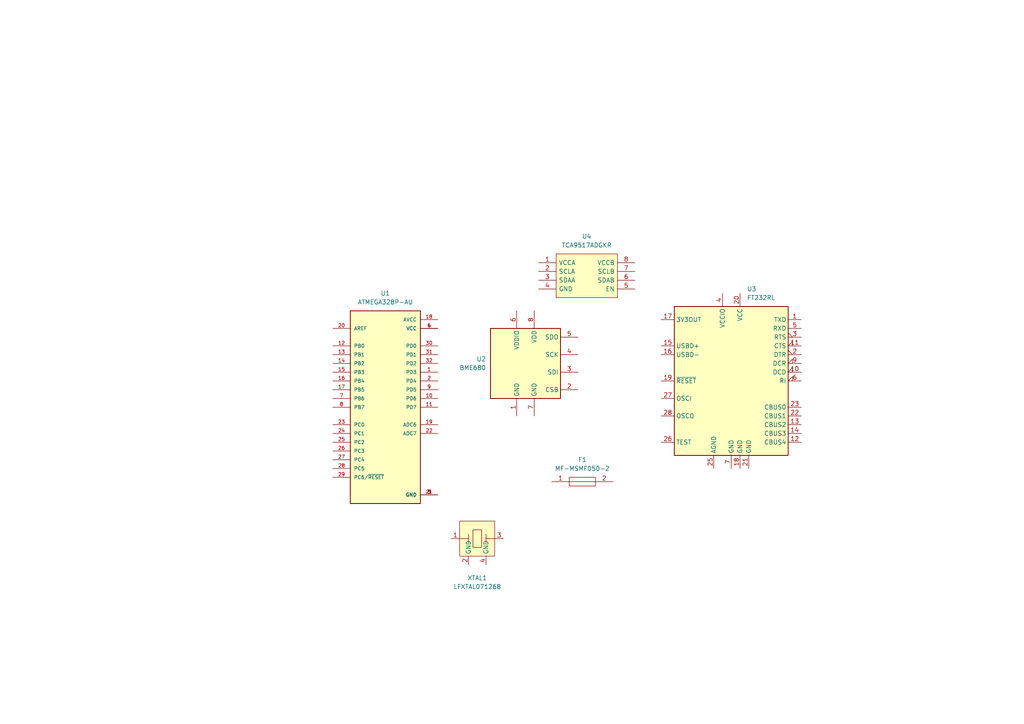
<source format=kicad_sch>
(kicad_sch (version 20211123) (generator eeschema)

  (uuid 4cb6150e-cdfc-49c3-8d96-6f4fb6753aaf)

  (paper "A4")

  (lib_symbols
    (symbol "ATMEGA328P-AU:ATMEGA328P-AU" (pin_names (offset 1.016)) (in_bom yes) (on_board yes)
      (property "Reference" "U" (id 0) (at -10.1755 29.2546 0)
        (effects (font (size 1.27 1.27)) (justify left bottom))
      )
      (property "Value" "ATMEGA328P-AU" (id 1) (at -10.1669 -31.7714 0)
        (effects (font (size 1.27 1.27)) (justify left bottom))
      )
      (property "Footprint" "QFP80P900X900X120-32N" (id 2) (at 0 0 0)
        (effects (font (size 1.27 1.27)) (justify bottom) hide)
      )
      (property "Datasheet" "" (id 3) (at 0 0 0)
        (effects (font (size 1.27 1.27)) hide)
      )
      (property "MANUFACTURER" "Atmel" (id 4) (at 0 0 0)
        (effects (font (size 1.27 1.27)) (justify bottom) hide)
      )
      (symbol "ATMEGA328P-AU_0_0"
        (rectangle (start -10.16 -27.94) (end 10.16 27.94)
          (stroke (width 0.254) (type default) (color 0 0 0 0))
          (fill (type background))
        )
        (pin bidirectional line (at 15.24 10.16 180) (length 5.08)
          (name "PD3" (effects (font (size 1.016 1.016))))
          (number "1" (effects (font (size 1.016 1.016))))
        )
        (pin bidirectional line (at 15.24 2.54 180) (length 5.08)
          (name "PD6" (effects (font (size 1.016 1.016))))
          (number "10" (effects (font (size 1.016 1.016))))
        )
        (pin bidirectional line (at 15.24 0 180) (length 5.08)
          (name "PD7" (effects (font (size 1.016 1.016))))
          (number "11" (effects (font (size 1.016 1.016))))
        )
        (pin bidirectional line (at -15.24 17.78 0) (length 5.08)
          (name "PB0" (effects (font (size 1.016 1.016))))
          (number "12" (effects (font (size 1.016 1.016))))
        )
        (pin bidirectional line (at -15.24 15.24 0) (length 5.08)
          (name "PB1" (effects (font (size 1.016 1.016))))
          (number "13" (effects (font (size 1.016 1.016))))
        )
        (pin bidirectional line (at -15.24 12.7 0) (length 5.08)
          (name "PB2" (effects (font (size 1.016 1.016))))
          (number "14" (effects (font (size 1.016 1.016))))
        )
        (pin bidirectional line (at -15.24 10.16 0) (length 5.08)
          (name "PB3" (effects (font (size 1.016 1.016))))
          (number "15" (effects (font (size 1.016 1.016))))
        )
        (pin bidirectional line (at -15.24 7.62 0) (length 5.08)
          (name "PB4" (effects (font (size 1.016 1.016))))
          (number "16" (effects (font (size 1.016 1.016))))
        )
        (pin bidirectional line (at -15.24 5.08 0) (length 5.08)
          (name "PB5" (effects (font (size 1.016 1.016))))
          (number "17" (effects (font (size 1.016 1.016))))
        )
        (pin power_in line (at 15.24 25.4 180) (length 5.08)
          (name "AVCC" (effects (font (size 1.016 1.016))))
          (number "18" (effects (font (size 1.016 1.016))))
        )
        (pin bidirectional line (at 15.24 -5.08 180) (length 5.08)
          (name "ADC6" (effects (font (size 1.016 1.016))))
          (number "19" (effects (font (size 1.016 1.016))))
        )
        (pin bidirectional line (at 15.24 7.62 180) (length 5.08)
          (name "PD4" (effects (font (size 1.016 1.016))))
          (number "2" (effects (font (size 1.016 1.016))))
        )
        (pin input line (at -15.24 22.86 0) (length 5.08)
          (name "AREF" (effects (font (size 1.016 1.016))))
          (number "20" (effects (font (size 1.016 1.016))))
        )
        (pin power_in line (at 15.24 -25.4 180) (length 5.08)
          (name "GND" (effects (font (size 1.016 1.016))))
          (number "21" (effects (font (size 1.016 1.016))))
        )
        (pin bidirectional line (at 15.24 -7.62 180) (length 5.08)
          (name "ADC7" (effects (font (size 1.016 1.016))))
          (number "22" (effects (font (size 1.016 1.016))))
        )
        (pin bidirectional line (at -15.24 -5.08 0) (length 5.08)
          (name "PC0" (effects (font (size 1.016 1.016))))
          (number "23" (effects (font (size 1.016 1.016))))
        )
        (pin bidirectional line (at -15.24 -7.62 0) (length 5.08)
          (name "PC1" (effects (font (size 1.016 1.016))))
          (number "24" (effects (font (size 1.016 1.016))))
        )
        (pin bidirectional line (at -15.24 -10.16 0) (length 5.08)
          (name "PC2" (effects (font (size 1.016 1.016))))
          (number "25" (effects (font (size 1.016 1.016))))
        )
        (pin bidirectional line (at -15.24 -12.7 0) (length 5.08)
          (name "PC3" (effects (font (size 1.016 1.016))))
          (number "26" (effects (font (size 1.016 1.016))))
        )
        (pin bidirectional line (at -15.24 -15.24 0) (length 5.08)
          (name "PC4" (effects (font (size 1.016 1.016))))
          (number "27" (effects (font (size 1.016 1.016))))
        )
        (pin bidirectional line (at -15.24 -17.78 0) (length 5.08)
          (name "PC5" (effects (font (size 1.016 1.016))))
          (number "28" (effects (font (size 1.016 1.016))))
        )
        (pin bidirectional line (at -15.24 -20.32 0) (length 5.08)
          (name "PC6/~{RESET}" (effects (font (size 1.016 1.016))))
          (number "29" (effects (font (size 1.016 1.016))))
        )
        (pin power_in line (at 15.24 -25.4 180) (length 5.08)
          (name "GND" (effects (font (size 1.016 1.016))))
          (number "3" (effects (font (size 1.016 1.016))))
        )
        (pin bidirectional line (at 15.24 17.78 180) (length 5.08)
          (name "PD0" (effects (font (size 1.016 1.016))))
          (number "30" (effects (font (size 1.016 1.016))))
        )
        (pin bidirectional line (at 15.24 15.24 180) (length 5.08)
          (name "PD1" (effects (font (size 1.016 1.016))))
          (number "31" (effects (font (size 1.016 1.016))))
        )
        (pin bidirectional line (at 15.24 12.7 180) (length 5.08)
          (name "PD2" (effects (font (size 1.016 1.016))))
          (number "32" (effects (font (size 1.016 1.016))))
        )
        (pin power_in line (at 15.24 22.86 180) (length 5.08)
          (name "VCC" (effects (font (size 1.016 1.016))))
          (number "4" (effects (font (size 1.016 1.016))))
        )
        (pin power_in line (at 15.24 -25.4 180) (length 5.08)
          (name "GND" (effects (font (size 1.016 1.016))))
          (number "5" (effects (font (size 1.016 1.016))))
        )
        (pin power_in line (at 15.24 22.86 180) (length 5.08)
          (name "VCC" (effects (font (size 1.016 1.016))))
          (number "6" (effects (font (size 1.016 1.016))))
        )
        (pin bidirectional line (at -15.24 2.54 0) (length 5.08)
          (name "PB6" (effects (font (size 1.016 1.016))))
          (number "7" (effects (font (size 1.016 1.016))))
        )
        (pin bidirectional line (at -15.24 0 0) (length 5.08)
          (name "PB7" (effects (font (size 1.016 1.016))))
          (number "8" (effects (font (size 1.016 1.016))))
        )
        (pin bidirectional line (at 15.24 5.08 180) (length 5.08)
          (name "PD5" (effects (font (size 1.016 1.016))))
          (number "9" (effects (font (size 1.016 1.016))))
        )
      )
    )
    (symbol "Interface_USB:FT232RL" (in_bom yes) (on_board yes)
      (property "Reference" "U" (id 0) (at -16.51 22.86 0)
        (effects (font (size 1.27 1.27)) (justify left))
      )
      (property "Value" "FT232RL" (id 1) (at 10.16 22.86 0)
        (effects (font (size 1.27 1.27)) (justify left))
      )
      (property "Footprint" "Package_SO:SSOP-28_5.3x10.2mm_P0.65mm" (id 2) (at 27.94 -22.86 0)
        (effects (font (size 1.27 1.27)) hide)
      )
      (property "Datasheet" "https://www.ftdichip.com/Support/Documents/DataSheets/ICs/DS_FT232R.pdf" (id 3) (at 0 0 0)
        (effects (font (size 1.27 1.27)) hide)
      )
      (property "ki_keywords" "FTDI USB Serial" (id 4) (at 0 0 0)
        (effects (font (size 1.27 1.27)) hide)
      )
      (property "ki_description" "USB to Serial Interface, SSOP-28" (id 5) (at 0 0 0)
        (effects (font (size 1.27 1.27)) hide)
      )
      (property "ki_fp_filters" "SSOP*5.3x10.2mm*P0.65mm*" (id 6) (at 0 0 0)
        (effects (font (size 1.27 1.27)) hide)
      )
      (symbol "FT232RL_0_1"
        (rectangle (start -16.51 21.59) (end 16.51 -21.59)
          (stroke (width 0.254) (type default) (color 0 0 0 0))
          (fill (type background))
        )
      )
      (symbol "FT232RL_1_1"
        (pin output line (at 20.32 17.78 180) (length 3.81)
          (name "TXD" (effects (font (size 1.27 1.27))))
          (number "1" (effects (font (size 1.27 1.27))))
        )
        (pin input input_low (at 20.32 2.54 180) (length 3.81)
          (name "DCD" (effects (font (size 1.27 1.27))))
          (number "10" (effects (font (size 1.27 1.27))))
        )
        (pin input input_low (at 20.32 10.16 180) (length 3.81)
          (name "CTS" (effects (font (size 1.27 1.27))))
          (number "11" (effects (font (size 1.27 1.27))))
        )
        (pin bidirectional line (at 20.32 -17.78 180) (length 3.81)
          (name "CBUS4" (effects (font (size 1.27 1.27))))
          (number "12" (effects (font (size 1.27 1.27))))
        )
        (pin bidirectional line (at 20.32 -12.7 180) (length 3.81)
          (name "CBUS2" (effects (font (size 1.27 1.27))))
          (number "13" (effects (font (size 1.27 1.27))))
        )
        (pin bidirectional line (at 20.32 -15.24 180) (length 3.81)
          (name "CBUS3" (effects (font (size 1.27 1.27))))
          (number "14" (effects (font (size 1.27 1.27))))
        )
        (pin bidirectional line (at -20.32 10.16 0) (length 3.81)
          (name "USBD+" (effects (font (size 1.27 1.27))))
          (number "15" (effects (font (size 1.27 1.27))))
        )
        (pin bidirectional line (at -20.32 7.62 0) (length 3.81)
          (name "USBD-" (effects (font (size 1.27 1.27))))
          (number "16" (effects (font (size 1.27 1.27))))
        )
        (pin power_out line (at -20.32 17.78 0) (length 3.81)
          (name "3V3OUT" (effects (font (size 1.27 1.27))))
          (number "17" (effects (font (size 1.27 1.27))))
        )
        (pin power_in line (at 2.54 -25.4 90) (length 3.81)
          (name "GND" (effects (font (size 1.27 1.27))))
          (number "18" (effects (font (size 1.27 1.27))))
        )
        (pin input line (at -20.32 0 0) (length 3.81)
          (name "~{RESET}" (effects (font (size 1.27 1.27))))
          (number "19" (effects (font (size 1.27 1.27))))
        )
        (pin output output_low (at 20.32 7.62 180) (length 3.81)
          (name "DTR" (effects (font (size 1.27 1.27))))
          (number "2" (effects (font (size 1.27 1.27))))
        )
        (pin power_in line (at 2.54 25.4 270) (length 3.81)
          (name "VCC" (effects (font (size 1.27 1.27))))
          (number "20" (effects (font (size 1.27 1.27))))
        )
        (pin power_in line (at 5.08 -25.4 90) (length 3.81)
          (name "GND" (effects (font (size 1.27 1.27))))
          (number "21" (effects (font (size 1.27 1.27))))
        )
        (pin bidirectional line (at 20.32 -10.16 180) (length 3.81)
          (name "CBUS1" (effects (font (size 1.27 1.27))))
          (number "22" (effects (font (size 1.27 1.27))))
        )
        (pin bidirectional line (at 20.32 -7.62 180) (length 3.81)
          (name "CBUS0" (effects (font (size 1.27 1.27))))
          (number "23" (effects (font (size 1.27 1.27))))
        )
        (pin power_in line (at -5.08 -25.4 90) (length 3.81)
          (name "AGND" (effects (font (size 1.27 1.27))))
          (number "25" (effects (font (size 1.27 1.27))))
        )
        (pin input line (at -20.32 -17.78 0) (length 3.81)
          (name "TEST" (effects (font (size 1.27 1.27))))
          (number "26" (effects (font (size 1.27 1.27))))
        )
        (pin input line (at -20.32 -5.08 0) (length 3.81)
          (name "OSCI" (effects (font (size 1.27 1.27))))
          (number "27" (effects (font (size 1.27 1.27))))
        )
        (pin output line (at -20.32 -10.16 0) (length 3.81)
          (name "OSCO" (effects (font (size 1.27 1.27))))
          (number "28" (effects (font (size 1.27 1.27))))
        )
        (pin output output_low (at 20.32 12.7 180) (length 3.81)
          (name "RTS" (effects (font (size 1.27 1.27))))
          (number "3" (effects (font (size 1.27 1.27))))
        )
        (pin power_in line (at -2.54 25.4 270) (length 3.81)
          (name "VCCIO" (effects (font (size 1.27 1.27))))
          (number "4" (effects (font (size 1.27 1.27))))
        )
        (pin input line (at 20.32 15.24 180) (length 3.81)
          (name "RXD" (effects (font (size 1.27 1.27))))
          (number "5" (effects (font (size 1.27 1.27))))
        )
        (pin input input_low (at 20.32 0 180) (length 3.81)
          (name "RI" (effects (font (size 1.27 1.27))))
          (number "6" (effects (font (size 1.27 1.27))))
        )
        (pin power_in line (at 0 -25.4 90) (length 3.81)
          (name "GND" (effects (font (size 1.27 1.27))))
          (number "7" (effects (font (size 1.27 1.27))))
        )
        (pin input input_low (at 20.32 5.08 180) (length 3.81)
          (name "DCR" (effects (font (size 1.27 1.27))))
          (number "9" (effects (font (size 1.27 1.27))))
        )
      )
    )
    (symbol "LFXTAL071268:LFXTAL071268" (in_bom yes) (on_board yes)
      (property "Reference" "XTAL?" (id 0) (at 0 -11.43 0)
        (effects (font (size 1.27 1.27)))
      )
      (property "Value" "LFXTAL071268" (id 1) (at 0 -13.97 0)
        (effects (font (size 1.27 1.27)))
      )
      (property "Footprint" "" (id 2) (at 0 1.27 0)
        (effects (font (size 1.27 1.27)) hide)
      )
      (property "Datasheet" "" (id 3) (at 0 1.27 0)
        (effects (font (size 1.27 1.27)) hide)
      )
      (symbol "LFXTAL071268_0_1"
        (rectangle (start -5.08 5.08) (end 5.08 -5.08)
          (stroke (width 0) (type default) (color 0 0 0 0))
          (fill (type background))
        )
        (rectangle (start -1.27 2.54) (end 1.27 -2.54)
          (stroke (width 0) (type default) (color 0 0 0 0))
          (fill (type background))
        )
        (polyline
          (pts
            (xy -2.54 0)
            (xy -5.08 0)
          )
          (stroke (width 0) (type default) (color 0 0 0 0))
          (fill (type none))
        )
        (polyline
          (pts
            (xy -2.54 1.27)
            (xy -2.54 -1.27)
          )
          (stroke (width 0) (type default) (color 0 0 0 0))
          (fill (type none))
        )
        (polyline
          (pts
            (xy 2.54 0)
            (xy 5.08 0)
          )
          (stroke (width 0) (type default) (color 0 0 0 0))
          (fill (type none))
        )
        (polyline
          (pts
            (xy 2.54 1.27)
            (xy 2.54 -1.27)
          )
          (stroke (width 0) (type default) (color 0 0 0 0))
          (fill (type none))
        )
      )
      (symbol "LFXTAL071268_1_1"
        (pin output line (at -7.62 0 0) (length 2.54)
          (name "" (effects (font (size 1.27 1.27))))
          (number "1" (effects (font (size 1.27 1.27))))
        )
        (pin power_in line (at -2.54 -7.62 90) (length 2.54)
          (name "GND" (effects (font (size 1.27 1.27))))
          (number "2" (effects (font (size 1.27 1.27))))
        )
        (pin output line (at 7.62 0 180) (length 2.54)
          (name "" (effects (font (size 1.27 1.27))))
          (number "3" (effects (font (size 1.27 1.27))))
        )
        (pin power_in line (at 2.54 -7.62 90) (length 2.54)
          (name "GND" (effects (font (size 1.27 1.27))))
          (number "4" (effects (font (size 1.27 1.27))))
        )
      )
    )
    (symbol "MF-MSMF050-2:MF-MSMF050-2" (pin_names (offset 0.762)) (in_bom yes) (on_board yes)
      (property "Reference" "F" (id 0) (at 13.97 6.35 0)
        (effects (font (size 1.27 1.27)) (justify left))
      )
      (property "Value" "MF-MSMF050-2" (id 1) (at 13.97 3.81 0)
        (effects (font (size 1.27 1.27)) (justify left))
      )
      (property "Footprint" "FUSC4632X85N" (id 2) (at 13.97 1.27 0)
        (effects (font (size 1.27 1.27)) (justify left) hide)
      )
      (property "Datasheet" "https://www.bourns.com/pdfs/mfmsmf.pdf" (id 3) (at 13.97 -1.27 0)
        (effects (font (size 1.27 1.27)) (justify left) hide)
      )
      (property "Description" "Fuse, PTC, Resettable, SMD, 1812, 500mA Bourns 0.5A Surface Mount Resettable Fuse, 15 V" (id 4) (at 13.97 -3.81 0)
        (effects (font (size 1.27 1.27)) (justify left) hide)
      )
      (property "Height" "" (id 5) (at 13.97 -6.35 0)
        (effects (font (size 1.27 1.27)) (justify left) hide)
      )
      (property "Mouser Part Number" "652-MF-MSMF050-2" (id 6) (at 13.97 -8.89 0)
        (effects (font (size 1.27 1.27)) (justify left) hide)
      )
      (property "Mouser Price/Stock" "https://www.mouser.co.uk/ProductDetail/Bourns/MF-MSMF050-2?qs=t3shhpq1i1DZ7OBD5kLNoA%3D%3D" (id 7) (at 13.97 -11.43 0)
        (effects (font (size 1.27 1.27)) (justify left) hide)
      )
      (property "Manufacturer_Name" "Bourns" (id 8) (at 13.97 -13.97 0)
        (effects (font (size 1.27 1.27)) (justify left) hide)
      )
      (property "Manufacturer_Part_Number" "MF-MSMF050-2" (id 9) (at 13.97 -16.51 0)
        (effects (font (size 1.27 1.27)) (justify left) hide)
      )
      (symbol "MF-MSMF050-2_0_0"
        (pin passive line (at 0 0 0) (length 5.08)
          (name "~" (effects (font (size 1.27 1.27))))
          (number "1" (effects (font (size 1.27 1.27))))
        )
        (pin passive line (at 17.78 0 180) (length 5.08)
          (name "~" (effects (font (size 1.27 1.27))))
          (number "2" (effects (font (size 1.27 1.27))))
        )
      )
      (symbol "MF-MSMF050-2_0_1"
        (polyline
          (pts
            (xy 5.08 0)
            (xy 12.7 0)
          )
          (stroke (width 0.1524) (type default) (color 0 0 0 0))
          (fill (type none))
        )
        (polyline
          (pts
            (xy 5.08 1.27)
            (xy 12.7 1.27)
            (xy 12.7 -1.27)
            (xy 5.08 -1.27)
            (xy 5.08 1.27)
          )
          (stroke (width 0.1524) (type default) (color 0 0 0 0))
          (fill (type none))
        )
      )
    )
    (symbol "Sensor:BME680" (in_bom yes) (on_board yes)
      (property "Reference" "U" (id 0) (at -8.89 11.43 0)
        (effects (font (size 1.27 1.27)))
      )
      (property "Value" "BME680" (id 1) (at 7.62 11.43 0)
        (effects (font (size 1.27 1.27)))
      )
      (property "Footprint" "Package_LGA:Bosch_LGA-8_3x3mm_P0.8mm_ClockwisePinNumbering" (id 2) (at 36.83 -11.43 0)
        (effects (font (size 1.27 1.27)) hide)
      )
      (property "Datasheet" "https://ae-bst.resource.bosch.com/media/_tech/media/datasheets/BST-BME680-DS001.pdf" (id 3) (at 0 -5.08 0)
        (effects (font (size 1.27 1.27)) hide)
      )
      (property "ki_keywords" "Bosch gas pressure humidity temperature environment environmental measurement digital" (id 4) (at 0 0 0)
        (effects (font (size 1.27 1.27)) hide)
      )
      (property "ki_description" "4-in-1 sensor, gas, humidity, pressure, temperature, I2C and SPI interface, 1.71-3.6V, LGA-8" (id 5) (at 0 0 0)
        (effects (font (size 1.27 1.27)) hide)
      )
      (property "ki_fp_filters" "*LGA*3x3mm*P0.8mm*Clockwise*" (id 6) (at 0 0 0)
        (effects (font (size 1.27 1.27)) hide)
      )
      (symbol "BME680_0_1"
        (rectangle (start -10.16 10.16) (end 10.16 -10.16)
          (stroke (width 0.254) (type default) (color 0 0 0 0))
          (fill (type background))
        )
      )
      (symbol "BME680_1_1"
        (pin power_in line (at -2.54 -15.24 90) (length 5.08)
          (name "GND" (effects (font (size 1.27 1.27))))
          (number "1" (effects (font (size 1.27 1.27))))
        )
        (pin input line (at 15.24 -7.62 180) (length 5.08)
          (name "CSB" (effects (font (size 1.27 1.27))))
          (number "2" (effects (font (size 1.27 1.27))))
        )
        (pin bidirectional line (at 15.24 -2.54 180) (length 5.08)
          (name "SDI" (effects (font (size 1.27 1.27))))
          (number "3" (effects (font (size 1.27 1.27))))
        )
        (pin input line (at 15.24 2.54 180) (length 5.08)
          (name "SCK" (effects (font (size 1.27 1.27))))
          (number "4" (effects (font (size 1.27 1.27))))
        )
        (pin bidirectional line (at 15.24 7.62 180) (length 5.08)
          (name "SDO" (effects (font (size 1.27 1.27))))
          (number "5" (effects (font (size 1.27 1.27))))
        )
        (pin power_in line (at -2.54 15.24 270) (length 5.08)
          (name "VDDIO" (effects (font (size 1.27 1.27))))
          (number "6" (effects (font (size 1.27 1.27))))
        )
        (pin power_in line (at 2.54 -15.24 90) (length 5.08)
          (name "GND" (effects (font (size 1.27 1.27))))
          (number "7" (effects (font (size 1.27 1.27))))
        )
        (pin power_in line (at 2.54 15.24 270) (length 5.08)
          (name "VDD" (effects (font (size 1.27 1.27))))
          (number "8" (effects (font (size 1.27 1.27))))
        )
      )
    )
    (symbol "TCA9517ADGKR:TCA9517ADGKR" (pin_names (offset 0.762)) (in_bom yes) (on_board yes)
      (property "Reference" "IC?" (id 0) (at 13.97 7.62 0)
        (effects (font (size 1.27 1.27)))
      )
      (property "Value" "TCA9517ADGKR" (id 1) (at 13.97 5.08 0)
        (effects (font (size 1.27 1.27)))
      )
      (property "Footprint" "SOP65P490X110-8N" (id 2) (at 24.13 2.54 0)
        (effects (font (size 1.27 1.27)) (justify left) hide)
      )
      (property "Datasheet" "http://www.ti.com/lit/gpn/tca9517a" (id 3) (at 24.13 0 0)
        (effects (font (size 1.27 1.27)) (justify left) hide)
      )
      (property "Description" "Level-Translating I2C Bus Repeater" (id 4) (at 24.13 -2.54 0)
        (effects (font (size 1.27 1.27)) (justify left) hide)
      )
      (property "Height" "1.1" (id 5) (at 24.13 -5.08 0)
        (effects (font (size 1.27 1.27)) (justify left) hide)
      )
      (property "Mouser Part Number" "595-TCA9517ADGKR" (id 6) (at 24.13 -7.62 0)
        (effects (font (size 1.27 1.27)) (justify left) hide)
      )
      (property "Mouser Price/Stock" "https://www.mouser.co.uk/ProductDetail/Texas-Instruments/TCA9517ADGKR?qs=%252BrH4t%252BeVZ2M4pVnwXR4oNA%3D%3D" (id 7) (at 24.13 -10.16 0)
        (effects (font (size 1.27 1.27)) (justify left) hide)
      )
      (property "Manufacturer_Name" "Texas Instruments" (id 8) (at 24.13 -12.7 0)
        (effects (font (size 1.27 1.27)) (justify left) hide)
      )
      (property "Manufacturer_Part_Number" "TCA9517ADGKR" (id 9) (at 24.13 -15.24 0)
        (effects (font (size 1.27 1.27)) (justify left) hide)
      )
      (symbol "TCA9517ADGKR_0_0"
        (pin passive line (at 0 0 0) (length 5.08)
          (name "VCCA" (effects (font (size 1.27 1.27))))
          (number "1" (effects (font (size 1.27 1.27))))
        )
        (pin passive line (at 0 -2.54 0) (length 5.08)
          (name "SCLA" (effects (font (size 1.27 1.27))))
          (number "2" (effects (font (size 1.27 1.27))))
        )
        (pin passive line (at 0 -5.08 0) (length 5.08)
          (name "SDAA" (effects (font (size 1.27 1.27))))
          (number "3" (effects (font (size 1.27 1.27))))
        )
        (pin passive line (at 0 -7.62 0) (length 5.08)
          (name "GND" (effects (font (size 1.27 1.27))))
          (number "4" (effects (font (size 1.27 1.27))))
        )
        (pin passive line (at 27.94 -7.62 180) (length 5.08)
          (name "EN" (effects (font (size 1.27 1.27))))
          (number "5" (effects (font (size 1.27 1.27))))
        )
        (pin passive line (at 27.94 -5.08 180) (length 5.08)
          (name "SDAB" (effects (font (size 1.27 1.27))))
          (number "6" (effects (font (size 1.27 1.27))))
        )
        (pin passive line (at 27.94 -2.54 180) (length 5.08)
          (name "SCLB" (effects (font (size 1.27 1.27))))
          (number "7" (effects (font (size 1.27 1.27))))
        )
        (pin passive line (at 27.94 0 180) (length 5.08)
          (name "VCCB" (effects (font (size 1.27 1.27))))
          (number "8" (effects (font (size 1.27 1.27))))
        )
      )
      (symbol "TCA9517ADGKR_0_1"
        (polyline
          (pts
            (xy 5.08 2.54)
            (xy 22.86 2.54)
            (xy 22.86 -10.16)
            (xy 5.08 -10.16)
            (xy 5.08 2.54)
          )
          (stroke (width 0.1524) (type default) (color 0 0 0 0))
          (fill (type background))
        )
      )
    )
  )


  (symbol (lib_id "Sensor:BME680") (at 152.4 105.41 0) (unit 1)
    (in_bom yes) (on_board yes) (fields_autoplaced)
    (uuid 01bd5451-b671-4441-8da2-6ec64cb6425e)
    (property "Reference" "U2" (id 0) (at 140.97 104.1399 0)
      (effects (font (size 1.27 1.27)) (justify right))
    )
    (property "Value" "BME680" (id 1) (at 140.97 106.6799 0)
      (effects (font (size 1.27 1.27)) (justify right))
    )
    (property "Footprint" "Package_LGA:Bosch_LGA-8_3x3mm_P0.8mm_ClockwisePinNumbering" (id 2) (at 189.23 116.84 0)
      (effects (font (size 1.27 1.27)) hide)
    )
    (property "Datasheet" "https://ae-bst.resource.bosch.com/media/_tech/media/datasheets/BST-BME680-DS001.pdf" (id 3) (at 152.4 110.49 0)
      (effects (font (size 1.27 1.27)) hide)
    )
    (pin "1" (uuid fa2b463a-d1b6-4de2-85aa-c9272beaf82b))
    (pin "2" (uuid 95aac31c-0cc0-4552-b342-50a27d01e4ae))
    (pin "3" (uuid cd2114bd-01df-4b61-9da6-a6e469bb4659))
    (pin "4" (uuid a59f9dc5-8046-44b5-aea1-7eafbd7c06f0))
    (pin "5" (uuid 5baa8e06-0f44-4a53-acd3-5595978f8d80))
    (pin "6" (uuid f8be889b-db07-4eee-b069-a9f3e77331d0))
    (pin "7" (uuid 7e063085-5802-4dff-8fc5-815dc1075f68))
    (pin "8" (uuid cb78b761-bb92-4499-a3e7-0b89a23ed96f))
  )

  (symbol (lib_id "MF-MSMF050-2:MF-MSMF050-2") (at 160.02 139.7 0) (unit 1)
    (in_bom yes) (on_board yes) (fields_autoplaced)
    (uuid 4a2ac87b-45c8-4cfa-94b7-afb5e8acaaf7)
    (property "Reference" "F1" (id 0) (at 168.91 133.35 0))
    (property "Value" "MF-MSMF050-2" (id 1) (at 168.91 135.89 0))
    (property "Footprint" "MF-MSMF050-2:MF-MSMF050-2" (id 2) (at 173.99 138.43 0)
      (effects (font (size 1.27 1.27)) (justify left) hide)
    )
    (property "Datasheet" "https://www.bourns.com/pdfs/mfmsmf.pdf" (id 3) (at 173.99 140.97 0)
      (effects (font (size 1.27 1.27)) (justify left) hide)
    )
    (property "Description" "Fuse, PTC, Resettable, SMD, 1812, 500mA Bourns 0.5A Surface Mount Resettable Fuse, 15 V" (id 4) (at 173.99 143.51 0)
      (effects (font (size 1.27 1.27)) (justify left) hide)
    )
    (property "Height" "" (id 5) (at 173.99 146.05 0)
      (effects (font (size 1.27 1.27)) (justify left) hide)
    )
    (property "Mouser Part Number" "652-MF-MSMF050-2" (id 6) (at 173.99 148.59 0)
      (effects (font (size 1.27 1.27)) (justify left) hide)
    )
    (property "Mouser Price/Stock" "https://www.mouser.co.uk/ProductDetail/Bourns/MF-MSMF050-2?qs=t3shhpq1i1DZ7OBD5kLNoA%3D%3D" (id 7) (at 173.99 151.13 0)
      (effects (font (size 1.27 1.27)) (justify left) hide)
    )
    (property "Manufacturer_Name" "Bourns" (id 8) (at 173.99 153.67 0)
      (effects (font (size 1.27 1.27)) (justify left) hide)
    )
    (property "Manufacturer_Part_Number" "MF-MSMF050-2" (id 9) (at 173.99 156.21 0)
      (effects (font (size 1.27 1.27)) (justify left) hide)
    )
    (pin "1" (uuid ebcb90e9-82fd-4c87-aeb4-7aa9484e2b12))
    (pin "2" (uuid 22178e2e-c6b7-4384-9126-7048ddd95d7d))
  )

  (symbol (lib_id "TCA9517ADGKR:TCA9517ADGKR") (at 156.21 76.2 0) (unit 1)
    (in_bom yes) (on_board yes) (fields_autoplaced)
    (uuid 826889ce-ed62-499c-87cc-6bc9164ec175)
    (property "Reference" "U4" (id 0) (at 170.18 68.58 0))
    (property "Value" "TCA9517ADGKR" (id 1) (at 170.18 71.12 0))
    (property "Footprint" "TCA9517ADGKR:TCA9517ADGKR" (id 2) (at 180.34 73.66 0)
      (effects (font (size 1.27 1.27)) (justify left) hide)
    )
    (property "Datasheet" "http://www.ti.com/lit/gpn/tca9517a" (id 3) (at 180.34 76.2 0)
      (effects (font (size 1.27 1.27)) (justify left) hide)
    )
    (property "Description" "Level-Translating I2C Bus Repeater" (id 4) (at 180.34 78.74 0)
      (effects (font (size 1.27 1.27)) (justify left) hide)
    )
    (property "Height" "1.1" (id 5) (at 180.34 81.28 0)
      (effects (font (size 1.27 1.27)) (justify left) hide)
    )
    (property "Mouser Part Number" "595-TCA9517ADGKR" (id 6) (at 180.34 83.82 0)
      (effects (font (size 1.27 1.27)) (justify left) hide)
    )
    (property "Mouser Price/Stock" "https://www.mouser.co.uk/ProductDetail/Texas-Instruments/TCA9517ADGKR?qs=%252BrH4t%252BeVZ2M4pVnwXR4oNA%3D%3D" (id 7) (at 180.34 86.36 0)
      (effects (font (size 1.27 1.27)) (justify left) hide)
    )
    (property "Manufacturer_Name" "Texas Instruments" (id 8) (at 180.34 88.9 0)
      (effects (font (size 1.27 1.27)) (justify left) hide)
    )
    (property "Manufacturer_Part_Number" "TCA9517ADGKR" (id 9) (at 180.34 91.44 0)
      (effects (font (size 1.27 1.27)) (justify left) hide)
    )
    (pin "1" (uuid 7d062b68-3527-4f26-b7aa-c8e51de21dd9))
    (pin "2" (uuid 3e94f63f-3813-4281-8490-c59bee448f3a))
    (pin "3" (uuid 68f417d4-12cc-43fd-8892-6ee22ee52a91))
    (pin "4" (uuid 18b77bef-18b2-46a3-b066-af6d046d4a60))
    (pin "5" (uuid b4f707fd-7093-4291-9ab7-4ef3b535b299))
    (pin "6" (uuid a3d3197c-3534-4109-a462-782a89d5f634))
    (pin "7" (uuid b8529c5e-133d-44a7-b5ac-039f2ebedd89))
    (pin "8" (uuid c6d009da-5303-4097-a329-aad93927d7f3))
  )

  (symbol (lib_id "ATMEGA328P-AU:ATMEGA328P-AU") (at 111.76 118.11 0) (unit 1)
    (in_bom yes) (on_board yes) (fields_autoplaced)
    (uuid 83bf055c-9cf3-410e-8e76-730557697d3f)
    (property "Reference" "U1" (id 0) (at 111.76 85.09 0))
    (property "Value" "ATMEGA328P-AU" (id 1) (at 111.76 87.63 0))
    (property "Footprint" "ATMega328p:ATMEGA328P-AU" (id 2) (at 111.76 118.11 0)
      (effects (font (size 1.27 1.27)) (justify bottom) hide)
    )
    (property "Datasheet" "" (id 3) (at 111.76 118.11 0)
      (effects (font (size 1.27 1.27)) hide)
    )
    (property "MANUFACTURER" "Atmel" (id 4) (at 111.76 118.11 0)
      (effects (font (size 1.27 1.27)) (justify bottom) hide)
    )
    (pin "1" (uuid 5ed87180-4390-451f-b794-0af9b257773b))
    (pin "10" (uuid 473361d9-2729-49e8-a217-95807bdf0ed3))
    (pin "11" (uuid 1c9a235f-940d-4156-b368-000d1f9041df))
    (pin "12" (uuid 50bdf683-cc09-493b-8eb3-e4d3870052ff))
    (pin "13" (uuid 0a08f115-16c4-43c9-9cb2-71a245e7b086))
    (pin "14" (uuid 571e3d3b-8c81-43c9-ae1f-a39d830bf1f7))
    (pin "15" (uuid 3c5bf129-efb5-4316-8ca8-a06ff1d29610))
    (pin "16" (uuid feef11a2-445f-4fce-a5c8-a623aaa73473))
    (pin "17" (uuid c575edc7-0c82-468c-a02d-3c8a6cc42b35))
    (pin "18" (uuid c2fe8eb9-dc34-4115-9ce0-bfdd85eb04fe))
    (pin "19" (uuid 5feb35c3-87b0-445d-b52f-8cb5994c1b89))
    (pin "2" (uuid b2724901-1949-4a55-8b6c-c7657cb64f1a))
    (pin "20" (uuid b3ced1e7-17c8-4e97-b975-7acc23fe576c))
    (pin "21" (uuid 401bc7d8-5b04-4431-9477-5514b6822b31))
    (pin "22" (uuid f5167050-0066-485e-a98d-7b3e64d54bf9))
    (pin "23" (uuid 1878df3b-aa9b-4540-b9fd-1d9d51016e9b))
    (pin "24" (uuid f3586173-2274-4729-87d9-ac1ad7a94804))
    (pin "25" (uuid 42cbd094-7bb9-43f2-bf74-90909545a87e))
    (pin "26" (uuid 5191dde0-b84c-4c78-ab67-01c67e5f6ee4))
    (pin "27" (uuid 4d761869-906d-4e99-9cda-f146d9746443))
    (pin "28" (uuid fc44e6d3-b571-4a84-8cd4-7bb43a7cc49c))
    (pin "29" (uuid b72dc45b-8129-4b0e-ac5b-2abf271bbd64))
    (pin "3" (uuid b05c154c-145e-4b16-9a14-480aed87204f))
    (pin "30" (uuid be3fbd13-c061-4223-801b-7518a8522970))
    (pin "31" (uuid 65804558-224b-4c97-b559-6adbd47062bd))
    (pin "32" (uuid 05b5b7b8-6e59-4f46-b8de-c67038236602))
    (pin "4" (uuid eef5b987-5120-493f-9361-cc3a07c406ad))
    (pin "5" (uuid 3f8b733f-4d39-42e9-8b96-7bc06ee4d436))
    (pin "6" (uuid a2a7cbfa-30f8-4e60-a936-6949ca041817))
    (pin "7" (uuid be338e26-168c-490d-b99d-7b7f9c685ee1))
    (pin "8" (uuid 0700bbc8-cb47-4bbc-b861-0d9b88b8d105))
    (pin "9" (uuid c51e8629-7cd0-4dcc-b821-edab0d217752))
  )

  (symbol (lib_id "Interface_USB:FT232RL") (at 212.09 110.49 0) (unit 1)
    (in_bom yes) (on_board yes) (fields_autoplaced)
    (uuid 874059ba-7df9-406b-b4e5-0e728bc5de0d)
    (property "Reference" "U3" (id 0) (at 216.6494 83.82 0)
      (effects (font (size 1.27 1.27)) (justify left))
    )
    (property "Value" "FT232RL" (id 1) (at 216.6494 86.36 0)
      (effects (font (size 1.27 1.27)) (justify left))
    )
    (property "Footprint" "Package_SO:SSOP-28_5.3x10.2mm_P0.65mm" (id 2) (at 240.03 133.35 0)
      (effects (font (size 1.27 1.27)) hide)
    )
    (property "Datasheet" "https://www.ftdichip.com/Support/Documents/DataSheets/ICs/DS_FT232R.pdf" (id 3) (at 212.09 110.49 0)
      (effects (font (size 1.27 1.27)) hide)
    )
    (pin "1" (uuid 414805b8-205b-40e4-b7ac-c14a2bd082c9))
    (pin "10" (uuid ebdc88d6-e8f3-41a6-a8fa-7a0ecb0b88b0))
    (pin "11" (uuid b4b88f58-28ed-4fd0-aff7-43e5e4a52e93))
    (pin "12" (uuid 4480de65-858d-4524-99bb-419dadcceacc))
    (pin "13" (uuid 1acbca35-31ed-424b-ba80-3bba19ff1c50))
    (pin "14" (uuid 218a4cc6-7d7f-4a85-8895-c102cc43fd29))
    (pin "15" (uuid fceb0e63-08f2-4a78-be22-15713688df6d))
    (pin "16" (uuid 4bc901aa-1163-4dc0-ab64-ac8932859763))
    (pin "17" (uuid 6f275389-c299-494a-975c-459879e3c937))
    (pin "18" (uuid 40fc6627-35b9-4389-9f40-169e4306eaaa))
    (pin "19" (uuid 5ff27a67-14ee-4441-a56c-803647bb3421))
    (pin "2" (uuid 8cd625b3-dccf-436b-8396-8471ff71263f))
    (pin "20" (uuid f35a7b07-cc36-4e04-83e5-be438ae2e6b1))
    (pin "21" (uuid b1f2d4cb-bcaf-4cdf-9089-adf618d9353f))
    (pin "22" (uuid e2010dc0-8511-4511-b5ef-b3cec00d341a))
    (pin "23" (uuid fce0ea8c-4a2f-4a39-8a23-f127c05729b3))
    (pin "25" (uuid b5e107de-d4b7-4a14-8c15-999a67e85580))
    (pin "26" (uuid 2132f1e4-059c-4442-9af1-37c3d340d15c))
    (pin "27" (uuid d788631b-b883-485e-b1e4-fa62996d2150))
    (pin "28" (uuid 0d6979b9-cd21-4869-a02f-dd718fee332b))
    (pin "3" (uuid e8929232-ee62-4f60-bfc8-2ee0d1a2689e))
    (pin "4" (uuid 5396331a-6623-4e00-94fe-cde44d4432ea))
    (pin "5" (uuid ed6396a7-9b0d-4f5a-a52e-16cc17f8c813))
    (pin "6" (uuid a7985579-b182-4c97-a65a-309efc353ba6))
    (pin "7" (uuid 05bc600b-2810-4a86-acc1-397b0c3fbcc6))
    (pin "9" (uuid fd658775-4dc7-4b20-91f8-d461a61b446d))
  )

  (symbol (lib_id "LFXTAL071268:LFXTAL071268") (at 138.43 156.21 0) (unit 1)
    (in_bom yes) (on_board yes) (fields_autoplaced)
    (uuid 9ac4cf03-7929-44dd-9f74-8225f7549cd2)
    (property "Reference" "XTAL1" (id 0) (at 138.43 167.64 0))
    (property "Value" "LFXTAL071268" (id 1) (at 138.43 170.18 0))
    (property "Footprint" "LFXTAL071268:LFXTAL071268" (id 2) (at 138.43 154.94 0)
      (effects (font (size 1.27 1.27)) hide)
    )
    (property "Datasheet" "" (id 3) (at 138.43 154.94 0)
      (effects (font (size 1.27 1.27)) hide)
    )
    (pin "1" (uuid aa742591-fbe8-4ef7-a4df-9d297c86ef61))
    (pin "2" (uuid cf861c6a-575f-4883-9517-92d774786aaf))
    (pin "3" (uuid eacc58b4-9f59-48bd-b23b-c44a6a0ca36b))
    (pin "4" (uuid 94165570-c5bb-48e9-918e-2a47c4600eb4))
  )

  (sheet_instances
    (path "/" (page "1"))
  )

  (symbol_instances
    (path "/4a2ac87b-45c8-4cfa-94b7-afb5e8acaaf7"
      (reference "F1") (unit 1) (value "MF-MSMF050-2") (footprint "MF-MSMF050-2:MF-MSMF050-2")
    )
    (path "/83bf055c-9cf3-410e-8e76-730557697d3f"
      (reference "U1") (unit 1) (value "ATMEGA328P-AU") (footprint "ATMega328p:ATMEGA328P-AU")
    )
    (path "/01bd5451-b671-4441-8da2-6ec64cb6425e"
      (reference "U2") (unit 1) (value "BME680") (footprint "Package_LGA:Bosch_LGA-8_3x3mm_P0.8mm_ClockwisePinNumbering")
    )
    (path "/874059ba-7df9-406b-b4e5-0e728bc5de0d"
      (reference "U3") (unit 1) (value "FT232RL") (footprint "Package_SO:SSOP-28_5.3x10.2mm_P0.65mm")
    )
    (path "/826889ce-ed62-499c-87cc-6bc9164ec175"
      (reference "U4") (unit 1) (value "TCA9517ADGKR") (footprint "TCA9517ADGKR:TCA9517ADGKR")
    )
    (path "/9ac4cf03-7929-44dd-9f74-8225f7549cd2"
      (reference "XTAL1") (unit 1) (value "LFXTAL071268") (footprint "LFXTAL071268:LFXTAL071268")
    )
  )
)

</source>
